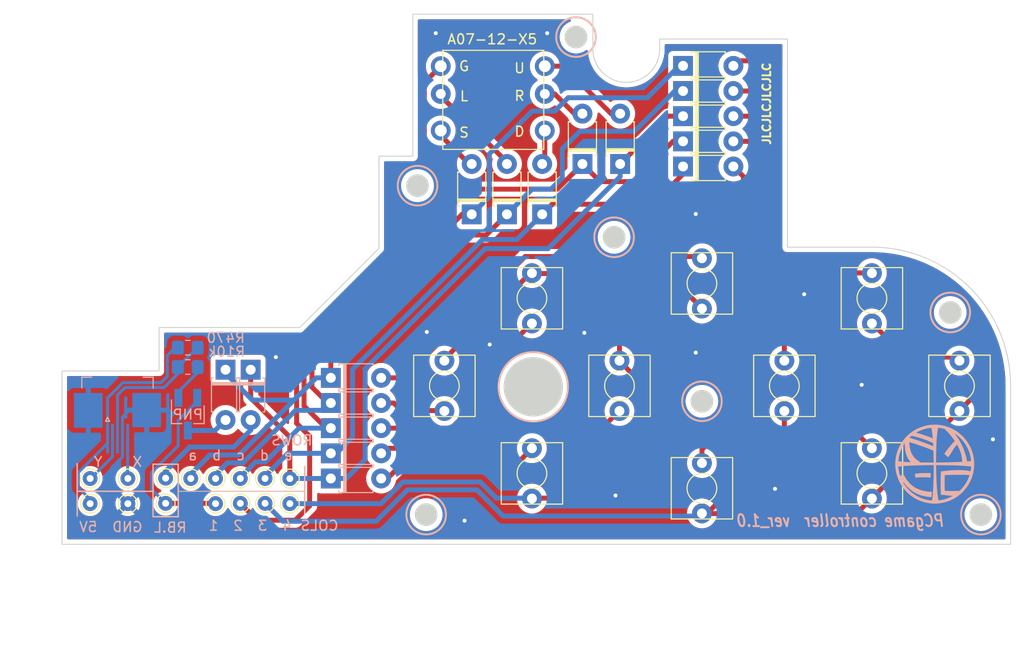
<source format=kicad_pcb>
(kicad_pcb (version 20211014) (generator pcbnew)
  (layers (0 "F.Cu" signal) (31 "B.Cu" signal) (34 "B.Paste" user) (35 "F.Paste" user) (36 "B.SilkS" user "B.Silkscreen") (37 "F.SilkS" user "F.Silkscreen") (38 "B.Mask" user) (39 "F.Mask" user) (44 "Edge.Cuts" user))
  (net 0 "")
  (net 1 "IO_1")
  (net 2 "IO_2")
  (net 3 "a3")
  (net 4 "b3")
  (net 5 "c3")
  (net 6 "d3")
  (net 7 "e3")
  (net 8 "IO_3")
  (net 9 "b1")
  (net 10 "a2")
  (net 11 "b2")
  (net 12 "c2")
  (net 13 "d2")
  (net 14 "e2")
  (net 15 "a4")
  (net 16 "b4")
  (net 17 "c4")
  (net 18 "d4")
  (net 19 "e4")
  (net 20 "IO_4")
  (net 21 "e1_(B2)")
  (net 22 "IO_A")
  (net 23 "IO_B")
  (net 24 "IO_C")
  (net 25 "IO_D")
  (net 26 "IO_E")
  (net 27 "jsw")
  (net 28 "jsw2")
  (net 29 "LR")
  (net 30 "joy_gnd")
  (net 31 "UD")
  (net 32 "5V")
  (footprint "SW:Kailh Mute button 6*6*4.3mm mouse switch" (layer "F.Cu") (at 168.924296 116.326599 90)
    (fp_text reference "REF**" hide)
    (fp_text value "Kailh Mute button 6*6*4.3mm mouse switch")
    (pad "1" thru_hole circle (at 2.54 0 90) (size 2 2) (drill 1) (layers *.Cu *.Mask) (net 17 "c4"))
    (pad "2" thru_hole circle (at -2.54 0 90) (size 2 2) (drill 1) (layers *.Cu *.Mask) (net 20 "IO_4"))
  )
  (footprint "SW:Kailh Mute button 6*6*4.3mm mouse switch" (layer "F.Cu") (at 134.601966 98.648929 90)
    (fp_text reference "REF**" hide)
    (fp_text value "Kailh Mute button 6*6*4.3mm mouse switch")
    (pad "1" thru_hole circle (at 2.54 0 90) (size 2 2) (drill 1) (layers *.Cu *.Mask) (net 8 "IO_3"))
    (pad "2" thru_hole circle (at -2.54 0 90) (size 2 2) (drill 1) (layers *.Cu *.Mask) (net 3 "a3"))
  )
  (footprint "SW:Kailh Mute button 6*6*4.3mm mouse switch" (layer "F.Cu") (at 125.763131 107.487764 90)
    (fp_text reference "REF**" hide)
    (fp_text value "Kailh Mute button 6*6*4.3mm mouse switch")
    (pad "1" thru_hole circle (at 2.54 0 90) (size 2 2) (drill 1) (layers *.Cu *.Mask) (net 8 "IO_3"))
    (pad "2" thru_hole circle (at -2.54 0 90) (size 2 2) (drill 1) (layers *.Cu *.Mask) (net 6 "d3"))
  )
  (footprint "5way_joystick:A07-12-X5" (layer "F.Cu") (at 130.599313 78.416336)
    (fp_text reference "A07-12-X5" (at 0 -5.916109) (layer "F.SilkS"))
    (fp_text value "A07-12-X5" hide)
    (fp_text user "D" (at 2.750687 3.4) (layer "F.SilkS"))
    (fp_text user "S" (at -2.849313 3.5) (layer "F.SilkS"))
    (fp_text user "L" (at -2.849313 -0.166336) (layer "F.SilkS"))
    (fp_text user "R" (at 2.750687 -0.2) (layer "F.SilkS"))
    (fp_text user "G" (at -2.849313 -3.2) (layer "F.SilkS"))
    (fp_text user "U" (at 2.750687 -3) (layer "F.SilkS"))
    (pad "1" thru_hole circle (at -5.2 -3.2) (size 2 2) (drill 1.2) (layers *.Cu *.Mask) (net 2 "IO_2"))
    (pad "2" thru_hole circle (at -5.2 -0.4) (size 2 2) (drill 1) (layers *.Cu *.Mask) (net 13 "d2"))
    (pad "3" thru_hole circle (at -5.2 3.3) (size 2 2) (drill 1.2) (layers *.Cu *.Mask) (net 14 "e2"))
    (pad "4" thru_hole circle (at 5.3 -3.2) (size 2 2) (drill 1.2) (layers *.Cu *.Mask) (net 10 "a2"))
    (pad "5" thru_hole circle (at 5.3 -0.4) (size 2 2) (drill 1) (layers *.Cu *.Mask) (net 11 "b2"))
    (pad "6" thru_hole circle (at 5.3 3.3) (size 2 2) (drill 1.2) (layers *.Cu *.Mask) (net 12 "c2"))
  )
  (footprint "SW:Kailh Mute button 6*6*4.3mm mouse switch" (layer "F.Cu") (at 134.601966 116.326599 -90)
    (fp_text reference "REF**" hide)
    (fp_text value "Kailh Mute button 6*6*4.3mm mouse switch")
    (pad "1" thru_hole circle (at 2.54 0 270) (size 2 2) (drill 1) (layers *.Cu *.Mask) (net 8 "IO_3"))
    (pad "2" thru_hole circle (at -2.54 0 270) (size 2 2) (drill 1) (layers *.Cu *.Mask) (net 5 "c3"))
  )
  (footprint "TestPoint:TestPoint_THTPad_D1.5mm_Drill0.7mm" (layer "F.Cu") (at 93.811339 116.84)
    (fp_text reference "REF**" hide)
    (fp_text value "TestPoint_THTPad_D1.5mm_Drill0.7mm" hide)
    (pad "1" thru_hole circle (at 0 0) (size 1.5 1.5) (drill 0.7) (layers *.Cu *.Mask) (net 29 "LR"))
  )
  (footprint "SW:Kailh Mute button 6*6*4.3mm mouse switch" (layer "F.Cu") (at 143.440801 107.487764 90)
    (fp_text reference "REF**" hide)
    (fp_text value "Kailh Mute button 6*6*4.3mm mouse switch")
    (pad "1" thru_hole circle (at 2.54 0 90) (size 2 2) (drill 1) (layers *.Cu *.Mask) (net 8 "IO_3"))
    (pad "2" thru_hole circle (at -2.54 0 90) (size 2 2) (drill 1) (layers *.Cu *.Mask) (net 4 "b3"))
  )
  (footprint "SW:Kailh Mute button 6*6*4.3mm mouse switch" (layer "F.Cu") (at 151.763131 117.826599 90)
    (fp_text reference "REF**" hide)
    (fp_text value "Kailh Mute button 6*6*4.3mm mouse switch")
    (pad "1" thru_hole circle (at 2.54 0 90) (size 2 2) (drill 1) (layers *.Cu *.Mask) (net 19 "e4"))
    (pad "2" thru_hole circle (at -2.54 0 90) (size 2 2) (drill 1) (layers *.Cu *.Mask) (net 20 "IO_4"))
  )
  (footprint "TestPoint:TestPoint_THTPad_D1.5mm_Drill0.7mm" (layer "F.Cu") (at 97.621339 119.350227 90)
    (fp_text reference "REF**" hide)
    (fp_text value "TestPoint_THTPad_D1.5mm_Drill0.7mm" hide)
    (pad "1" thru_hole circle (at 0 0 90) (size 1.5 1.5) (drill 0.7) (layers *.Cu *.Mask) (net 1 "IO_1"))
  )
  (footprint "SW:Kailh Mute button 6*6*4.3mm mouse switch" (layer "F.Cu") (at 160.085461 107.487764 90)
    (fp_text reference "REF**" hide)
    (fp_text value "Kailh Mute button 6*6*4.3mm mouse switch")
    (pad "1" thru_hole circle (at 2.54 0 90) (size 2 2) (drill 1) (layers *.Cu *.Mask) (net 18 "d4"))
    (pad "2" thru_hole circle (at -2.54 0 90) (size 2 2) (drill 1) (layers *.Cu *.Mask) (net 20 "IO_4"))
  )
  (footprint "Diode_THT:D_T-1_P5.08mm_Horizontal" (layer "F.Cu") (at 128.524 90.17 90)
    (fp_text reference "REF**" hide)
    (fp_text value "D_T-1_P5.08mm_Horizontal" hide)
    (pad "1" thru_hole rect (at 0 0 90) (size 2 2) (drill 1) (layers *.Cu *.Mask) (net 22 "IO_A"))
    (pad "2" thru_hole oval (at 5.08 0 90) (size 2 2) (drill 1) (layers *.Cu *.Mask) (net 14 "e2"))
  )
  (footprint "TestPoint:TestPoint_THTPad_D1.5mm_Drill0.7mm" (layer "F.Cu") (at 110.161339 116.850227)
    (fp_text reference "REF**" hide)
    (fp_text value "TestPoint_THTPad_D1.5mm_Drill0.7mm" hide)
    (pad "1" thru_hole circle (at 0 0) (size 1.5 1.5) (drill 0.7) (layers *.Cu *.Mask) (net 26 "IO_E"))
  )
  (footprint "TestPoint:TestPoint_THTPad_D1.5mm_Drill0.7mm" (layer "F.Cu") (at 90.001339 116.84)
    (fp_text reference "REF**" hide)
    (fp_text value "TestPoint_THTPad_D1.5mm_Drill0.7mm" hide)
    (pad "1" thru_hole circle (at 0 0) (size 1.5 1.5) (drill 0.7) (layers *.Cu *.Mask) (net 31 "UD"))
  )
  (footprint "TestPoint:TestPoint_THTPad_D1.5mm_Drill0.7mm" (layer "F.Cu") (at 102.661339 116.850227)
    (fp_text reference "REF**" hide)
    (fp_text value "TestPoint_THTPad_D1.5mm_Drill0.7mm" hide)
    (pad "1" thru_hole circle (at 0 0) (size 1.5 1.5) (drill 0.7) (layers *.Cu *.Mask) (net 22 "IO_A"))
  )
  (footprint "TestPoint:TestPoint_THTPad_D1.5mm_Drill0.7mm" (layer "F.Cu") (at 105.161339 116.84)
    (fp_text reference "REF**" hide)
    (fp_text value "TestPoint_THTPad_D1.5mm_Drill0.7mm" hide)
    (pad "1" thru_hole circle (at 0 0) (size 1.5 1.5) (drill 0.7) (layers *.Cu *.Mask) (net 24 "IO_C"))
  )
  (footprint "Diode_THT:D_T-1_P5.08mm_Horizontal" (layer "F.Cu") (at 149.86 85.344)
    (fp_text reference "REF**" hide)
    (fp_text value "D_T-1_P5.08mm_Horizontal" hide)
    (pad "1" thru_hole rect (at 0 0) (size 2 2) (drill 1) (layers *.Cu *.Mask) (net 25 "IO_D"))
    (pad "2" thru_hole oval (at 5.08 0) (size 2 2) (drill 1) (layers *.Cu *.Mask) (net 19 "e4"))
  )
  (footprint "Diode_THT:D_T-1_P5.08mm_Horizontal" (layer "F.Cu") (at 143.51 85.09 90)
    (fp_text reference "REF**" hide)
    (fp_text value "D_T-1_P5.08mm_Horizontal" hide)
    (pad "1" thru_hole rect (at 0 0 90) (size 2 2) (drill 1) (layers *.Cu *.Mask) (net 26 "IO_E"))
    (pad "2" thru_hole oval (at 5.08 0 90) (size 2 2) (drill 1) (layers *.Cu *.Mask) (net 10 "a2"))
  )
  (footprint "Diode_THT:D_T-1_P5.08mm_Horizontal" (layer "F.Cu") (at 149.86 75.184)
    (fp_text reference "REF**" hide)
    (fp_text value "D_T-1_P5.08mm_Horizontal" hide)
    (pad "1" thru_hole rect (at 0 0) (size 2 2) (drill 1) (layers *.Cu *.Mask) (net 22 "IO_A"))
    (pad "2" thru_hole oval (at 5.08 0) (size 2 2) (drill 1) (layers *.Cu *.Mask) (net 15 "a4"))
  )
  (footprint "TestPoint:TestPoint_THTPad_D1.5mm_Drill0.7mm" (layer "F.Cu") (at 110.161339 119.38)
    (fp_text reference "REF**" hide)
    (fp_text value "TestPoint_THTPad_D1.5mm_Drill0.7mm" hide)
    (pad "1" thru_hole circle (at 0 0) (size 1.5 1.5) (drill 0.7) (layers *.Cu *.Mask) (net 8 "IO_3"))
  )
  (footprint "SW:Kailh Mute button 6*6*4.3mm mouse switch" (layer "F.Cu") (at 151.763131 97.148929 90)
    (fp_text reference "REF**" hide)
    (fp_text value "Kailh Mute button 6*6*4.3mm mouse switch")
    (pad "1" thru_hole circle (at 2.54 0 90) (size 2 2) (drill 1) (layers *.Cu *.Mask) (net 7 "e3"))
    (pad "2" thru_hole circle (at -2.54 0 90) (size 2 2) (drill 1) (layers *.Cu *.Mask) (net 8 "IO_3"))
  )
  (footprint "TestPoint:TestPoint_THTPad_D1.5mm_Drill0.7mm" (layer "F.Cu") (at 93.811339 119.38)
    (fp_text reference "REF**" hide)
    (fp_text value "TestPoint_THTPad_D1.5mm_Drill0.7mm" hide)
    (pad "1" thru_hole circle (at 0 0) (size 1.5 1.5) (drill 0.7) (layers *.Cu *.Mask) (net 30 "joy_gnd"))
  )
  (footprint "SW:Kailh Mute button 6*6*4.3mm mouse switch" (layer "F.Cu") (at 168.924296 98.648929 90)
    (fp_text reference "REF**" hide)
    (fp_text value "Kailh Mute button 6*6*4.3mm mouse switch")
    (pad "1" thru_hole circle (at 2.54 0 90) (size 2 2) (drill 1) (layers *.Cu *.Mask) (net 15 "a4"))
    (pad "2" thru_hole circle (at -2.54 0 90) (size 2 2) (drill 1) (layers *.Cu *.Mask) (net 20 "IO_4"))
  )
  (footprint "logo:tcfpo" (layer "F.Cu") (at 175.263131 115.387764)
    (fp_text reference "G***" hide)
    (fp_text value "LOGO" hide)
  )
  (footprint "TestPoint:TestPoint_THTPad_D1.5mm_Drill0.7mm" (layer "F.Cu") (at 97.621339 116.810227 90)
    (fp_text reference "REF**" hide)
    (fp_text value "TestPoint_THTPad_D1.5mm_Drill0.7mm" hide)
    (pad "1" thru_hole circle (at 0 0 90) (size 1.5 1.5) (drill 0.7) (layers *.Cu *.Mask) (net 21 "e1_(B2)"))
  )
  (footprint "TestPoint:TestPoint_THTPad_D1.5mm_Drill0.7mm" (layer "F.Cu") (at 107.661339 116.84)
    (fp_text reference "REF**" hide)
    (fp_text value "TestPoint_THTPad_D1.5mm_Drill0.7mm" hide)
    (pad "1" thru_hole circle (at 0 0) (size 1.5 1.5) (drill 0.7) (layers *.Cu *.Mask) (net 25 "IO_D"))
  )
  (footprint "Diode_THT:D_T-1_P5.08mm_Horizontal" (layer "F.Cu") (at 132.08 90.17 90)
    (fp_text reference "REF**" hide)
    (fp_text value "D_T-1_P5.08mm_Horizontal" hide)
    (pad "1" thru_hole rect (at 0 0 90) (size 2 2) (drill 1) (layers *.Cu *.Mask) (net 23 "IO_B"))
    (pad "2" thru_hole oval (at 5.08 0 90) (size 2 2) (drill 1) (layers *.Cu *.Mask) (net 13 "d2"))
  )
  (footprint "TestPoint:TestPoint_THTPad_D1.5mm_Drill0.7mm" (layer "F.Cu") (at 105.161339 119.350227)
    (fp_text reference "REF**" hide)
    (fp_text value "TestPoint_THTPad_D1.5mm_Drill0.7mm" hide)
    (pad "1" thru_hole circle (at 0 0) (size 1.5 1.5) (drill 0.7) (layers *.Cu *.Mask) (net 2 "IO_2"))
  )
  (footprint "Diode_THT:D_T-1_P5.08mm_Horizontal" (layer "F.Cu") (at 135.636 90.17 90)
    (fp_text reference "REF**" hide)
    (fp_text value "D_T-1_P5.08mm_Horizontal" hide)
    (pad "1" thru_hole rect (at 0 0 90) (size 2 2) (drill 1) (layers *.Cu *.Mask) (net 25 "IO_D"))
    (pad "2" thru_hole oval (at 5.08 0 90) (size 2 2) (drill 1) (layers *.Cu *.Mask) (net 12 "c2"))
  )
  (footprint "Diode_THT:D_T-1_P5.08mm_Horizontal" (layer "F.Cu") (at 149.86 82.804)
    (fp_text reference "REF**" hide)
    (fp_text value "D_T-1_P5.08mm_Horizontal" hide)
    (pad "1" thru_hole rect (at 0 0) (size 2 2) (drill 1) (layers *.Cu *.Mask) (net 24 "IO_C"))
    (pad "2" thru_hole oval (at 5.08 0) (size 2 2) (drill 1) (layers *.Cu *.Mask) (net 18 "d4"))
  )
  (footprint "TestPoint:TestPoint_THTPad_D1.5mm_Drill0.7mm" (layer "F.Cu") (at 107.661339 119.350227)
    (fp_text reference "REF**" hide)
    (fp_text value "TestPoint_THTPad_D1.5mm_Drill0.7mm" hide)
    (pad "1" thru_hole circle (at 0 0) (size 1.5 1.5) (drill 0.7) (layers *.Cu *.Mask) (net 20 "IO_4"))
  )
  (footprint "TestPoint:TestPoint_THTPad_D1.5mm_Drill0.7mm" (layer "F.Cu") (at 100.161339 116.84)
    (fp_text reference "REF**" hide)
    (fp_text value "TestPoint_THTPad_D1.5mm_Drill0.7mm" hide)
    (pad "1" thru_hole circle (at 0 0) (size 1.5 1.5) (drill 0.7) (layers *.Cu *.Mask) (net 23 "IO_B"))
  )
  (footprint "Diode_THT:D_T-1_P5.08mm_Horizontal" (layer "F.Cu") (at 149.86 77.724)
    (fp_text reference "REF**" hide)
    (fp_text value "D_T-1_P5.08mm_Horizontal" hide)
    (pad "1" thru_hole rect (at 0 0) (size 2 2) (drill 1) (layers *.Cu *.Mask) (net 23 "IO_B"))
    (pad "2" thru_hole oval (at 5.08 0) (size 2 2) (drill 1) (layers *.Cu *.Mask) (net 16 "b4"))
  )
  (footprint "Diode_THT:D_T-1_P5.08mm_Horizontal" (layer "F.Cu") (at 139.7 85.09 90)
    (fp_text reference "REF**" hide)
    (fp_text value "D_T-1_P5.08mm_Horizontal" hide)
    (pad "1" thru_hole rect (at 0 0 90) (size 2 2) (drill 1) (layers *.Cu *.Mask) (net 24 "IO_C"))
    (pad "2" thru_hole oval (at 5.08 0 90) (size 2 2) (drill 1) (layers *.Cu *.Mask) (net 11 "b2"))
  )
  (footprint "Diode_THT:D_T-1_P5.08mm_Horizontal" (layer "F.Cu") (at 149.86 80.264)
    (fp_text reference "REF**" hide)
    (fp_text value "D_T-1_P5.08mm_Horizontal" hide)
    (pad "1" thru_hole rect (at 0 0) (size 2 2) (drill 1) (layers *.Cu *.Mask) (net 26 "IO_E"))
    (pad "2" thru_hole oval (at 5.08 0) (size 2 2) (drill 1) (layers *.Cu *.Mask) (net 17 "c4"))
  )
  (footprint "TestPoint:TestPoint_THTPad_D1.5mm_Drill0.7mm" (layer "F.Cu") (at 102.661339 119.38)
    (fp_text reference "REF**" hide)
    (fp_text value "TestPoint_THTPad_D1.5mm_Drill0.7mm" hide)
    (pad "1" thru_hole circle (at 0 0) (size 1.5 1.5) (drill 0.7) (layers *.Cu *.Mask) (net 1 "IO_1"))
  )
  (footprint "TestPoint:TestPoint_THTPad_D1.5mm_Drill0.7mm" (layer "F.Cu") (at 90.001339 119.38)
    (fp_text reference "REF**" hide)
    (fp_text value "TestPoint_THTPad_D1.5mm_Drill0.7mm" hide)
    (pad "1" thru_hole circle (at 0 0) (size 1.5 1.5) (drill 0.7) (layers *.Cu *.Mask) (net 32 "5V"))
  )
  (footprint "SW:Kailh Mute button 6*6*4.3mm mouse switch" (layer "F.Cu") (at 177.763131 107.487764 -90)
    (fp_text reference "REF**" hide)
    (fp_text value "Kailh Mute button 6*6*4.3mm mouse switch")
    (pad "1" thru_hole circle (at 2.54 0 270) (size 2 2) (drill 1) (layers *.Cu *.Mask) (net 20 "IO_4"))
    (pad "2" thru_hole circle (at -2.54 0 270) (size 2 2) (drill 1) (layers *.Cu *.Mask) (net 16 "b4"))
  )
  (footprint "Connector_FFC-FPC:TE_0-1734839-5_1x05-1MP_P0.5mm_Horizontal" (layer "B.Cu") (at 92.761339 110.512764)
    (fp_text reference "REF**" hide)
    (fp_text value "PCB Edge")
    (pad "1" smd rect (at -1 2.3) (size 0.3 3) (layers "B.Cu" "B.Paste" "B.Mask") (net 32 "5V"))
    (pad "2" smd rect (at -0.5 2.3) (size 0.3 3) (layers "B.Cu" "B.Paste" "B.Mask") (net 31 "UD"))
    (pad "3" smd rect (at 0 2.3) (size 0.3 3) (layers "B.Cu" "B.Paste" "B.Mask") (net 27 "jsw"))
    (pad "4" smd rect (at 0.5 2.3) (size 0.3 3) (layers "B.Cu" "B.Paste" "B.Mask") (net 30 "joy_gnd"))
    (pad "5" smd rect (at 1.025 2.3) (size 0.3 3) (layers "B.Cu" "B.Paste" "B.Mask") (net 29 "LR"))
    (pad "MP" smd rect (at -2.95 -0.55) (size 2.9 3.5) (layers "B.Cu" "B.Paste" "B.Mask") (net 30 "joy_gnd"))
    (pad "MP" smd rect (at 2.95 -0.575) (size 2.9 3.45) (layers "B.Cu" "B.Paste" "B.Mask") (net 30 "joy_gnd"))
  )
  (footprint "Diode_THT:D_T-1_P5.08mm_Horizontal" (layer "B.Cu") (at 114.3 114.3)
    (fp_text reference "REF**" hide)
    (fp_text value "D_T-1_P5.08mm_Horizontal" hide)
    (pad "1" thru_hole rect (at 0 0) (size 2 2) (drill 1) (layers *.Cu *.Mask) (net 25 "IO_D"))
    (pad "2" thru_hole oval (at 5.08 0) (size 2 2) (drill 1) (layers *.Cu *.Mask) (net 4 "b3"))
  )
  (footprint "Resistor_SMD:R_0805_2012Metric_Pad1.20x1.40mm_HandSolder" (layer "B.Cu") (at 99.859339 103.635 180)
    (fp_text reference "R470" (at -3.832 1) (layer "B.SilkS") (effects (justify mirror)))
    (fp_text value "R_0805_2012Metric_Pad1.20x1.40mm_HandSolder")
    (pad "1" smd roundrect (at -1 0 180) (size 1.2 1.4) (layers "B.Cu" "B.Paste" "B.Mask") (roundrect_rratio 0.2083333333) (net 27 "jsw"))
    (pad "2" smd roundrect (at 1 0 180) (size 1.2 1.4) (layers "B.Cu" "B.Paste" "B.Mask") (roundrect_rratio 0.2083333333) (net 32 "5V"))
  )
  (footprint "Diode_THT:D_T-1_P5.08mm_Horizontal" (layer "B.Cu") (at 103.669339 105.860227 -90)
    (fp_text reference "REF**" hide)
    (fp_text value "D_T-1_P5.08mm_Horizontal" hide)
    (pad "1" thru_hole rect (at 0 0 270) (size 2 2) (drill 1) (layers *.Cu *.Mask) (net 23 "IO_B"))
    (pad "2" thru_hole oval (at 5.08 0 270) (size 2 2) (drill 1) (layers *.Cu *.Mask) (net 9 "b1"))
  )
  (footprint "Diode_THT:D_T-1_P5.08mm_Horizontal" (layer "B.Cu") (at 114.3 111.76)
    (fp_text reference "REF**" hide)
    (fp_text value "D_T-1_P5.08mm_Horizontal" hide)
    (pad "1" thru_hole rect (at 0 0) (size 2 2) (drill 1) (layers *.Cu *.Mask) (net 24 "IO_C"))
    (pad "2" thru_hole oval (at 5.08 0) (size 2 2) (drill 1) (layers *.Cu *.Mask) (net 3 "a3"))
  )
  (footprint "Package_TO_SOT_SMD:SC-59_Handsoldering" (layer "B.Cu") (at 99.859339 110.350227 -90)
    (fp_text reference "PNP" (at 0.037537 -0.001792) (layer "B.SilkS") (effects (justify mirror)))
    (fp_text value "SC-59_Handsoldering")
    (pad "1" smd rect (at -1.65 0.95 270) (size 1.8 0.8) (layers "B.Cu" "B.Paste" "B.Mask") (net 28 "jsw2"))
    (pad "2" smd rect (at -1.65 -0.95 270) (size 1.8 0.8) (layers "B.Cu" "B.Paste" "B.Mask") (net 1 "IO_1"))
    (pad "3(R)" smd rect (at 1.65 0 270) (size 1.8 0.8) (layers "B.Cu" "B.Paste" "B.Mask") (net 9 "b1"))
  )
  (footprint "Diode_THT:D_T-1_P5.08mm_Horizontal" (layer "B.Cu") (at 114.3 109.22)
    (fp_text reference "REF**" hide)
    (fp_text value "D_T-1_P5.08mm_Horizontal" hide)
    (pad "1" thru_hole rect (at 0 0) (size 2 2) (drill 1) (layers *.Cu *.Mask) (net 22 "IO_A"))
    (pad "2" thru_hole oval (at 5.08 0) (size 2 2) (drill 1) (layers *.Cu *.Mask) (net 6 "d3"))
  )
  (footprint "Resistor_SMD:R_0805_2012Metric_Pad1.20x1.40mm_HandSolder" (layer "B.Cu") (at 99.859339 105.587764 180)
    (fp_text reference "R10k" (at -3.932 1.552764) (layer "B.SilkS") (effects (justify mirror)))
    (fp_text value "R_0805_2012Metric_Pad1.20x1.40mm_HandSolder")
    (pad "1" smd roundrect (at -1 0 180) (size 1.2 1.4) (layers "B.Cu" "B.Paste" "B.Mask") (roundrect_rratio 0.2083333333) (net 28 "jsw2"))
    (pad "2" smd roundrect (at 1 0 180) (size 1.2 1.4) (layers "B.Cu" "B.Paste" "B.Mask") (roundrect_rratio 0.2083333333) (net 27 "jsw"))
  )
  (footprint "Diode_THT:D_T-1_P5.08mm_Horizontal" (layer "B.Cu") (at 114.3 106.68)
    (fp_text reference "REF**" hide)
    (fp_text value "D_T-1_P5.08mm_Horizontal" hide)
    (pad "1" thru_hole rect (at 0 0) (size 2 2) (drill 1) (layers *.Cu *.Mask) (net 23 "IO_B"))
    (pad "2" thru_hole oval (at 5.08 0) (size 2 2) (drill 1) (layers *.Cu *.Mask) (net 7 "e3"))
  )
  (footprint "Diode_THT:D_T-1_P5.08mm_Horizontal" (layer "B.Cu") (at 106.209339 105.860227 -90)
    (fp_text reference "REF**" hide)
    (fp_text value "D_T-1_P5.08mm_Horizontal" hide)
    (pad "1" thru_hole rect (at 0 0 270) (size 2 2) (drill 1) (layers *.Cu *.Mask) (net 26 "IO_E"))
    (pad "2" thru_hole oval (at 5.08 0 270) (size 2 2) (drill 1) (layers *.Cu *.Mask) (net 21 "e1_(B2)"))
  )
  (footprint "Diode_THT:D_T-1_P5.08mm_Horizontal" (layer "B.Cu") (at 114.3 116.84)
    (fp_text reference "REF**" hide)
    (fp_text value "D_T-1_P5.08mm_Horizontal" hide)
    (pad "1" thru_hole rect (at 0 0) (size 2 2) (drill 1) (layers *.Cu *.Mask) (net 26 "IO_E"))
    (pad "2" thru_hole oval (at 5.08 0) (size 2 2) (drill 1) (layers *.Cu *.Mask) (net 5 "c3"))
  )
  (gr_circle (center 123.924296 120.487764) (end 125.924296 120.487764) (layer "B.SilkS") (width 0.2) (fill none))
  (gr_line (start 96.351339 120.700227) (end 98.891339 120.700227) (layer "B.SilkS") (width 0.15))
  (gr_circle (center 139.051871 72.277241) (end 141.051871 72.277241) (layer "B.SilkS") (width 0.2) (fill none))
  (gr_line (start 96.351339 118.135) (end 88.691339 118.135) (layer "B.SilkS") (width 0.15))
  (gr_circle (center 151.763131 109.046604) (end 153.763131 109.046604) (layer "B.SilkS") (width 0.2) (fill none))
  (gr_line (start 98.891339 115.400227) (end 96.351339 115.400227) (layer "B.SilkS") (width 0.15))
  (gr_circle (center 142.895091 92.487764) (end 144.895091 92.487764) (layer "B.SilkS") (width 0.2) (fill none))
  (gr_circle (center 134.736698 107.581075) (end 138.236698 107.581075) (layer "B.SilkS") (width 0.2) (fill none))
  (gr_circle (center 179.924296 120.487764) (end 181.924296 120.487764) (layer "B.SilkS") (width 0.2) (fill none))
  (gr_line (start 111.661339 115.6) (end 111.661339 120.4) (layer "B.SilkS") (width 0.15))
  (gr_circle (center 176.831784 100.079326) (end 178.831784 100.079326) (layer "B.SilkS") (width 0.2) (fill none))
  (gr_line (start 98.891339 118.135) (end 111.661339 118.135) (layer "B.SilkS") (width 0.1))
  (gr_circle (center 123.051871 87.277241) (end 125.051871 87.277241) (layer "B.SilkS") (width 0.2) (fill none))
  (gr_line (start 96.351339 115.400227) (end 96.351339 120.700227) (layer "B.SilkS") (width 0.15))
  (gr_line (start 98.891339 120.700227) (end 98.891339 115.400227) (layer "B.SilkS") (width 0.15))
  (gr_line (start 88.691339 115.335) (end 88.691339 120.635) (layer "B.SilkS") (width 0.15))
  (gr_arc (start 168.924296 93.487764) (mid 178.823791 97.588269) (end 182.924296 107.487764) (layer "Edge.Cuts") (width 0.1))
  (gr_curve (pts (xy 142.390327 76.372018) (xy 142.603689 76.500047) (xy 142.830557 76.604089) (xy 143.066791 76.682245)) (layer "Edge.Cuts") (width 0.1))
  (gr_line (start 111.161339 101.600227) (end 119.161339 93.600227) (layer "Edge.Cuts") (width 0.1))
  (gr_curve (pts (xy 145.623171 76.503231) (xy 146.017094 76.308391) (xy 146.369195 76.038472) (xy 146.659654 75.708666)) (layer "Edge.Cuts") (width 0.1))
  (gr_curve (pts (xy 140.753446 73.581119) (xy 140.766866 74.020389) (xy 140.865958 74.452838) (xy 141.045143 74.854125)) (layer "Edge.Cuts") (width 0.1))
  (gr_line (start 122.575668 69.977241) (end 122.575668 84.300227) (layer "Edge.Cuts") (width 0.1))
  (gr_line (start 160.395091 93.487764) (end 160.395091 72.477242) (layer "Edge.Cuts") (width 0.1))
  (gr_line (start 96.961339 101.600227) (end 96.961339 105.987764) (layer "Edge.Cuts") (width 0.1))
  (gr_line (start 87.161339 123.487764) (end 182.924296 123.487764) (layer "Edge.Cuts") (width 0.1))
  (gr_circle (center 123.924296 120.487764) (end 125.074296 120.487764) (layer "Edge.Cuts") (width 0) (fill solid))
  (gr_line (start 140.751871 69.977241) (end 122.575668 69.977241) (layer "Edge.Cuts") (width 0.1))
  (gr_circle (center 134.736698 107.581075) (end 137.736698 107.581075) (layer "Edge.Cuts") (width 0) (fill solid))
  (gr_line (start 140.751871 73.478052) (end 140.751871 69.977241) (layer "Edge.Cuts") (width 0.1))
  (gr_circle (center 142.895091 92.487764) (end 144.045091 92.487764) (layer "Edge.Cuts") (width 0) (fill solid))
  (gr_line (start 168.924296 93.487764) (end 160.395091 93.487764) (layer "Edge.Cuts") (width 0.1))
  (gr_line (start 182.924296 123.487764) (end 182.924296 107.487764) (layer "Edge.Cuts") (width 0.1))
  (gr_line (start 147.501871 72.477241) (end 147.501871 73.478052) (layer "Edge.Cuts") (width 0.1))
  (gr_curve (pts (xy 143.066791 76.682245) (xy 143.484025 76.820283) (xy 143.924231 76.875507) (xy 144.362633 76.844807)) (layer "Edge.Cuts") (width 0.1))
  (gr_circle (center 151.763131 109.046604) (end 152.913131 109.046604) (layer "Edge.Cuts") (width 0) (fill solid))
  (gr_curve (pts (xy 141.045143 74.854125) (xy 141.224328 75.255412) (xy 141.480181 75.617863) (xy 141.798299 75.921078)) (layer "Edge.Cuts") (width 0.1))
  (gr_curve (pts (xy 146.659654 75.708666) (xy 146.950113 75.37886) (xy 147.173376 74.995474) (xy 147.316878 74.580088)) (layer "Edge.Cuts") (width 0.1))
  (gr_line (start 96.961339 105.987764) (end 87.161339 105.987764) (layer "Edge.Cuts") (width 0.1))
  (gr_line (start 119.161339 93.600227) (end 119.161339 84.300227) (layer "Edge.Cuts") (width 0.1))
  (gr_curve (pts (xy 141.798299 75.921078) (xy 141.978415 76.092755) (xy 142.176965 76.243988) (xy 142.390327 76.372018)) (layer "Edge.Cuts") (width 0.1))
  (gr_circle (center 176.831784 100.079326) (end 177.981784 100.079326) (layer "Edge.Cuts") (width 0) (fill solid))
  (gr_line (start 160.395091 72.477242) (end 147.501871 72.477241) (layer "Edge.Cuts") (width 0.1))
  (gr_line (start 96.961339 101.600227) (end 111.161339 101.600227) (layer "Edge.Cuts") (width 0.1))
  (gr_curve (pts (xy 147.316878 74.580088) (xy 147.439492 74.225163) (xy 147.501871 73.852675) (xy 147.501871 73.478052)) (layer "Edge.Cuts") (width 0.1))
  (gr_circle (center 179.924296 120.487764) (end 181.074296 120.487764) (layer "Edge.Cuts") (width 0) (fill solid))
  (gr_curve (pts (xy 144.362633 76.844807) (xy 144.801034 76.814108) (xy 145.229248 76.698072) (xy 145.623171 76.503231)) (layer "Edge.Cuts") (width 0.1))
  (gr_line (start 122.575668 84.300227) (end 119.161339 84.300227) (layer "Edge.Cuts") (width 0.1))
  (gr_line (start 87.161339 105.987764) (end 87.161339 123.487764) (layer "Edge.Cuts") (width 0.1))
  (gr_circle (center 139.051871 72.277241) (end 140.201871 72.277241) (layer "Edge.Cuts") (width 0) (fill solid))
  (gr_circle (center 123.051871 87.277241) (end 124.201871 87.277241) (layer "Edge.Cuts") (width 0) (fill solid))
  (gr_curve (pts (xy 140.751871 73.478052) (xy 140.751871 73.51239) (xy 140.752396 73.54675) (xy 140.753446 73.581119)) (layer "Edge.Cuts") (width 0.1))
  (gr_text "e  d  c  b  a" (at 105.161339 114.5) (layer "B.SilkS") (effects (font (size 1 1)) (justify mirror)))
  (gr_text "RB.L" (at 98.091339 121.787764) (layer "B.SilkS") (effects (font (size 1 1)) (justify mirror)))
  (gr_text "X    Y" (at 92.809339 115.160227) (layer "B.SilkS") (effects (font (size 1 1)) (justify mirror)))
  (gr_text "COLS" (at 113.161339 121.600227) (layer "B.SilkS") (effects (font (size 1 1)) (justify mirror)))
  (gr_text "GND  5V" (at 92.091339 121.735) (layer "B.SilkS") (effects (font (size 1 1)) (justify mirror)))
  (gr_text "4  3  2  1" (at 106.161339 121.600227) (layer "B.SilkS") (effects (font (size 1 1)) (justify mirror)))
  (gr_text "ROWS" (at 110.363131 112.987764) (layer "B.SilkS") (effects (font (size 1 1)) (justify mirror)))
  (gr_text "ver_1.0" (at 158.025339 121.100227) (layer "B.SilkS") (effects (font (size 1.2 1) (thickness 0.2) italic) (justify mirror)))
  (gr_text "PCgame controller" (at 169.201339 121.100227) (layer "B.SilkS") (effects (font (size 1.2 1) (thickness 0.2) italic) (justify mirror)))
  (gr_text "JLCJLCJLCJLC" (at 158.3 79 90) (layer "F.SilkS") (effects (font (size 0.8 0.8) (thickness 0.2))))
  (segment (start 97.621339 119.350227) (end 102.631566 119.350227) (width 0.5) (layer "F.Cu") (net 1))
  (segment (start 102.631566 119.350227) (end 102.661339 119.38) (width 0.5) (layer "F.Cu") (net 1))
  (segment (start 98.891339 113.535) (end 96.191339 116.235) (width 0.3) (layer "B.Cu") (net 1))
  (segment (start 100.809339 109.060227) (end 98.891339 110.978227) (width 0.3) (layer "B.Cu") (net 1))
  (segment (start 96.191339 116.235) (end 96.191339 117.920227) (width 0.3) (layer "B.Cu") (net 1))
  (segment (start 100.809339 108.700227) (end 100.809339 109.060227) (width 0.3) (layer "B.Cu") (net 1))
  (segment (start 96.191339 117.920227) (end 97.621339 119.350227) (width 0.3) (layer "B.Cu") (net 1))
  (segment (start 98.891339 110.978227) (end 98.891339 113.535) (width 0.3) (layer "B.Cu") (net 1))
  (segment (start 110.705566 121.056) (end 112.161339 119.600227) (width 0.5) (layer "F.Cu") (net 2))
  (segment (start 125.461339 89.060227) (end 125.461339 84.754905) (width 0.5) (layer "F.Cu") (net 2))
  (segment (start 106.867112 121.056) (end 110.705566 121.056) (width 0.5) (layer "F.Cu") (net 2))
  (segment (start 123.734 83.027566) (end 123.734 76.881649) (width 0.5) (layer "F.Cu") (net 2))
  (segment (start 105.161339 119.350227) (end 106.867112 121.056) (width 0.5) (layer "F.Cu") (net 2))
  (segment (start 125.461339 84.754905) (end 123.734 83.027566) (width 0.5) (layer "F.Cu") (net 2))
  (segment (start 123.734 76.881649) (end 125.399313 75.216336) (width 0.5) (layer "F.Cu") (net 2))
  (segment (start 112.161339 112.58632) (end 110.84596 111.270941) (width 0.5) (layer "F.Cu") (net 2))
  (segment (start 110.84596 103.675606) (end 125.461339 89.060227) (width 0.5) (layer "F.Cu") (net 2))
  (segment (start 110.84596 111.270941) (end 110.84596 103.675606) (width 0.5) (layer "F.Cu") (net 2))
  (segment (start 112.161339 119.600227) (end 112.161339 112.58632) (width 0.5) (layer "F.Cu") (net 2))
  (segment (start 126.466339 111.76) (end 119.38 111.76) (width 0.5) (layer "F.Cu") (net 3))
  (segment (start 134.601966 101.148929) (end 129.563131 106.187764) (width 0.5) (layer "F.Cu") (net 3))
  (segment (start 129.563131 108.663208) (end 126.466339 111.76) (width 0.5) (layer "F.Cu") (net 3))
  (segment (start 129.563131 106.187764) (end 129.563131 108.663208) (width 0.5) (layer "F.Cu") (net 3))
  (segment (start 128.034339 113.792) (end 119.888 113.792) (width 0.5) (layer "F.Cu") (net 4))
  (segment (start 119.888 113.792) (end 119.38 114.3) (width 0.5) (layer "F.Cu") (net 4))
  (segment (start 141.528565 111.9) (end 129.926339 111.9) (width 0.5) (layer "F.Cu") (net 4))
  (segment (start 143.440801 109.987764) (end 141.528565 111.9) (width 0.5) (layer "F.Cu") (net 4))
  (segment (start 129.926339 111.9) (end 128.034339 113.792) (width 0.5) (layer "F.Cu") (net 4))
  (segment (start 133.040801 115.387764) (end 121.463131 115.387764) (width 0.5) (layer "F.Cu") (net 5))
  (segment (start 121.463131 115.387764) (end 120.010895 116.84) (width 0.5) (layer "F.Cu") (net 5))
  (segment (start 120.010895 116.84) (end 119.38 116.84) (width 0.5) (layer "F.Cu") (net 5))
  (segment (start 134.601966 113.826599) (end 133.040801 115.387764) (width 0.5) (layer "F.Cu") (net 5))
  (segment (start 125.763131 109.987764) (end 121.417764 109.987764) (width 0.5) (layer "F.Cu") (net 6))
  (segment (start 121.417764 109.987764) (end 120.65 109.22) (width 0.5) (layer "F.Cu") (net 6))
  (segment (start 120.65 109.22) (end 119.38 109.22) (width 0.5) (layer "F.Cu") (net 6))
  (segment (start 151.763131 94.648929) (end 151.549202 94.435) (width 0.5) (layer "F.Cu") (net 7))
  (segment (start 151.549202 94.435) (end 133.915895 94.435) (width 0.5) (layer "F.Cu") (net 7))
  (segment (start 121.670895 106.68) (end 119.38 106.68) (width 0.5) (layer "F.Cu") (net 7))
  (segment (start 133.915895 94.435) (end 121.670895 106.68) (width 0.5) (layer "F.Cu") (net 7))
  (segment (start 143.256 97.79) (end 140.97 97.79) (width 0.5) (layer "F.Cu") (net 8))
  (segment (start 138.729401 118.826599) (end 134.601966 118.826599) (width 0.5) (layer "F.Cu") (net 8))
  (segment (start 149.904202 97.79) (end 151.763131 99.648929) (width 0.5) (layer "F.Cu") (net 8))
  (segment (start 140.97 97.79) (end 139.328929 96.148929) (width 0.5) (layer "F.Cu") (net 8))
  (segment (start 143.256 97.79) (end 149.904202 97.79) (width 0.5) (layer "F.Cu") (net 8))
  (segment (start 125.763131 104.787764) (end 125.763131 104.987764) (width 0.5) (layer "F.Cu") (net 8))
  (segment (start 139.328929 96.148929) (end 134.401966 96.148929) (width 0.5) (layer "F.Cu") (net 8))
  (segment (start 134.401966 96.148929) (end 125.763131 104.787764) (width 0.5) (layer "F.Cu") (net 8))
  (segment (start 143.440801 97.974801) (end 143.256 97.79) (width 0.5) (layer "F.Cu") (net 8))
  (segment (start 146.361339 111.194661) (end 138.729401 118.826599) (width 0.5) (layer "F.Cu") (net 8))
  (segment (start 146.361339 107.908302) (end 146.361339 111.194661) (width 0.5) (layer "F.Cu") (net 8))
  (segment (start 143.440801 104.987764) (end 146.361339 107.908302) (width 0.5) (layer "F.Cu") (net 8))
  (segment (start 143.440801 104.987764) (end 143.440801 97.974801) (width 0.5) (layer "F.Cu") (net 8))
  (segment (start 119.38 119.38) (end 110.161339 119.38) (width 0.5) (layer "B.Cu") (net 8))
  (segment (start 134.601966 118.826599) (end 131.018599 118.826599) (width 0.5) (layer "B.Cu") (net 8))
  (segment (start 131.018599 118.826599) (end 129.379764 117.187764) (width 0.5) (layer "B.Cu") (net 8))
  (segment (start 129.379764 117.187764) (end 121.572236 117.187764) (width 0.5) (layer "B.Cu") (net 8))
  (segment (start 121.572236 117.187764) (end 119.38 119.38) (width 0.5) (layer "B.Cu") (net 8))
  (segment (start 99.859339 112.000227) (end 102.609339 112.000227) (width 0.5) (layer "B.Cu") (net 9))
  (segment (start 102.609339 112.000227) (end 103.669339 110.940227) (width 0.5) (layer "B.Cu") (net 9))
  (segment (start 135.899313 75.216336) (end 137.791777 75.216336) (width 0.5) (layer "F.Cu") (net 10))
  (segment (start 142.585441 80.01) (end 143.51 80.01) (width 0.5) (layer "F.Cu") (net 10))
  (segment (start 137.791777 75.216336) (end 142.585441 80.01) (width 0.5) (layer "F.Cu") (net 10))
  (segment (start 138.885441 80.01) (end 139.7 80.01) (width 0.5) (layer "F.Cu") (net 11))
  (segment (start 135.899313 78.016336) (end 136.891777 78.016336) (width 0.5) (layer "F.Cu") (net 11))
  (segment (start 136.891777 78.016336) (end 138.885441 80.01) (width 0.5) (layer "F.Cu") (net 11))
  (segment (start 135.899313 81.716336) (end 135.899313 84.826687) (width 0.5) (layer "F.Cu") (net 12))
  (segment (start 135.899313 84.826687) (end 135.636 85.09) (width 0.5) (layer "F.Cu") (net 12))
  (segment (start 125.399313 78.016336) (end 125.399313 78.223872) (width 0.5) (layer "F.Cu") (net 13))
  (segment (start 125.399313 78.223872) (end 132.08 84.904559) (width 0.5) (layer "F.Cu") (net 13))
  (segment (start 132.08 84.904559) (end 132.08 85.09) (width 0.5) (layer "F.Cu") (net 13))
  (segment (start 125.399313 81.716336) (end 125.399313 82.219313) (width 0.5) (layer "F.Cu") (net 14))
  (segment (start 125.399313 82.219313) (end 128.27 85.09) (width 0.5) (layer "F.Cu") (net 14))
  (segment (start 159.29856 94.78256) (end 159.29856 76.11356) (width 0.5) (layer "F.Cu") (net 15))
  (segment (start 160.603764 96.087764) (end 159.29856 94.78256) (width 0.5) (layer "F.Cu") (net 15))
  (segment (start 157.861 74.676) (end 154.94 74.676) (width 0.5) (layer "F.Cu") (net 15))
  (segment (start 159.29856 76.11356) (end 157.861 74.676) (width 0.5) (layer "F.Cu") (net 15))
  (segment (start 168.924296 96.148929) (end 168.863131 96.087764) (width 0.5) (layer "F.Cu") (net 15))
  (segment (start 168.863131 96.087764) (end 160.603764 96.087764) (width 0.5) (layer "F.Cu") (net 15))
  (segment (start 177.363131 104.587764) (end 165.547764 104.587764) (width 0.5) (layer "F.Cu") (net 16))
  (segment (start 158.49904 97.53904) (end 158.49904 78.74304) (width 0.5) (layer "F.Cu") (net 16))
  (segment (start 177.763131 104.987764) (end 177.363131 104.587764) (width 0.5) (layer "F.Cu") (net 16))
  (segment (start 165.547764 104.587764) (end 158.49904 97.53904) (width 0.5) (layer "F.Cu") (net 16))
  (segment (start 157.48 77.724) (end 154.94 77.724) (width 0.5) (layer "F.Cu") (net 16))
  (segment (start 158.49904 78.74304) (end 157.48 77.724) (width 0.5) (layer "F.Cu") (net 16))
  (segment (start 157.69952 81.49952) (end 156.464 80.264) (width 0.5) (layer "F.Cu") (net 17))
  (segment (start 168.924296 113.826599) (end 161.963131 106.865434) (width 0.5) (layer "F.Cu") (net 17))
  (segment (start 157.69952 98.26352) (end 157.69952 81.49952) (width 0.5) (layer "F.Cu") (net 17))
  (segment (start 161.963131 106.865434) (end 161.963131 102.527131) (width 0.5) (layer "F.Cu") (net 17))
  (segment (start 156.464 80.264) (end 154.94 80.264) (width 0.5) (layer "F.Cu") (net 17))
  (segment (start 161.963131 102.527131) (end 157.69952 98.26352) (width 0.5) (layer "F.Cu") (net 17))
  (segment (start 156.9 99.024633) (end 156.9 83.24) (width 0.5) (layer "F.Cu") (net 18))
  (segment (start 156.464 82.804) (end 154.94 82.804) (width 0.5) (layer "F.Cu") (net 18))
  (segment (start 160.085461 104.987764) (end 160.085461 102.210094) (width 0.5) (layer "F.Cu") (net 18))
  (segment (start 156.9 83.24) (end 156.464 82.804) (width 0.5) (layer "F.Cu") (net 18))
  (segment (start 160.085461 102.210094) (end 156.9 99.024633) (width 0.5) (layer "F.Cu") (net 18))
  (segment (start 151.763131 115.326599) (end 151.763131 113.920869) (width 0.5) (layer "F.Cu") (net 19))
  (segment (start 155.956 86.36) (end 154.94 85.344) (width 0.5) (layer "F.Cu") (net 19))
  (segment (start 155.956 109.728) (end 155.956 86.36) (width 0.5) (layer "F.Cu") (net 19))
  (segment (start 151.763131 113.920869) (end 155.956 109.728) (width 0.5) (layer "F.Cu") (net 19))
  (segment (start 152.324296 120.326599) (end 160.085461 112.565434) (width 0.5) (layer "F.Cu") (net 20))
  (segment (start 167.363131 120.387764) (end 151.824296 120.387764) (width 0.5) (layer "F.Cu") (net 20))
  (segment (start 168.924296 101.148929) (end 170.910367 103.135) (width 0.5) (layer "F.Cu") (net 20))
  (segment (start 160.085461 112.565434) (end 160.085461 109.987764) (width 0.5) (layer "F.Cu") (net 20))
  (segment (start 151.763131 120.326599) (end 152.324296 120.326599) (width 0.5) (layer "F.Cu") (net 20))
  (segment (start 151.824296 120.387764) (end 151.763131 120.326599) (width 0.5) (layer "F.Cu") (net 20))
  (segment (start 179.563131 108.187764) (end 167.363131 120.387764) (width 0.5) (layer "F.Cu") (net 20))
  (segment (start 179.563131 104.006792) (end 179.563131 108.187764) (width 0.5) (layer "F.Cu") (net 20))
  (segment (start 170.910367 103.135) (end 178.691339 103.135) (width 0.5) (layer "F.Cu") (net 20))
  (segment (start 178.691339 103.135) (end 179.563131 104.006792) (width 0.5) (layer "F.Cu") (net 20))
  (segment (start 151.701966 120.387764) (end 151.45473 120.635) (width 0.5) (layer "B.Cu") (net 20))
  (segment (start 118.872 121.158) (end 109.469112 121.158) (width 0.5) (layer "B.Cu") (net 20))
  (segment (start 151.45473 120.635) (end 131.696308 120.635) (width 0.5) (layer "B.Cu") (net 20))
  (segment (start 129.049072 117.987764) (end 122.042236 117.987764) (width 0.5) (layer "B.Cu") (net 20))
  (segment (start 109.469112 121.158) (end 107.661339 119.350227) (width 0.5) (layer "B.Cu") (net 20))
  (segment (start 131.696308 120.635) (end 129.049072 117.987764) (width 0.5) (layer "B.Cu") (net 20))
  (segment (start 122.042236 117.987764) (end 118.872 121.158) (width 0.5) (layer "B.Cu") (net 20))
  (segment (start 104.505339 113.660227) (end 100.061339 113.660227) (width 0.5) (layer "B.Cu") (net 21))
  (segment (start 106.209339 110.940227) (end 106.209339 111.956227) (width 0.5) (layer "B.Cu") (net 21))
  (segment (start 106.209339 111.956227) (end 104.505339 113.660227) (width 0.5) (layer "B.Cu") (net 21))
  (segment (start 100.061339 113.660227) (end 97.621339 116.100227) (width 0.5) (layer "B.Cu") (net 21))
  (segment (start 97.621339 116.100227) (end 97.621339 116.810227) (width 0.5) (layer "B.Cu") (net 21))
  (segment (start 112.395 107.619559) (end 113.995441 109.22) (width 0.5) (layer "F.Cu") (net 22))
  (segment (start 112.395 105.326566) (end 112.395 107.619559) (width 0.5) (layer "F.Cu") (net 22))
  (segment (start 113.995441 109.22) (end 114.3 109.22) (width 0.5) (layer "F.Cu") (net 22))
  (segment (start 127.551566 90.17) (end 112.395 105.326566) (width 0.5) (layer "F.Cu") (net 22))
  (segment (start 128.524 90.17) (end 127.551566 90.17) (width 0.5) (layer "F.Cu") (net 22))
  (segment (start 130.302 84.074) (end 130.302 88.392) (width 0.5) (layer "B.Cu") (net 22))
  (segment (start 136.906 79.756) (end 134.62 79.756) (width 0.5) (layer "B.Cu") (net 22))
  (segment (start 130.302 88.392) (end 128.524 90.17) (width 0.5) (layer "B.Cu") (net 22))
  (segment (start 149.86 75.184) (end 149.465103 75.184) (width 0.5) (layer "B.Cu") (net 22))
  (segment (start 138.261773 78.400227) (end 136.906 79.756) (width 0.5) (layer "B.Cu") (net 22))
  (segment (start 102.661339 116.460227) (end 102.661339 116.850227) (width 0.5) (layer "B.Cu") (net 22))
  (segment (start 110.738876 109.960227) (end 105.438876 115.260227) (width 0.5) (layer "B.Cu") (net 22))
  (segment (start 149.465103 75.184) (end 146.248876 78.400227) (width 0.5) (layer "B.Cu") (net 22))
  (segment (start 105.438876 115.260227) (end 103.861339 115.260227) (width 0.5) (layer "B.Cu") (net 22))
  (segment (start 114.3 109.22) (end 113.559773 109.960227) (width 0.5) (layer "B.Cu") (net 22))
  (segment (start 103.861339 115.260227) (end 102.661339 116.460227) (width 0.5) (layer "B.Cu") (net 22))
  (segment (start 146.248876 78.400227) (end 138.261773 78.400227) (width 0.5) (layer "B.Cu") (net 22))
  (segment (start 134.62 79.756) (end 130.302 84.074) (width 0.5) (layer "B.Cu") (net 22))
  (segment (start 113.559773 109.960227) (end 110.738876 109.960227) (width 0.5) (layer "B.Cu") (net 22))
  (segment (start 126.809339 92.260227) (end 114.3 104.769566) (width 0.5) (layer "F.Cu") (net 23))
  (segment (start 129.989773 92.260227) (end 126.809339 92.260227) (width 0.5) (layer "F.Cu") (net 23))
  (segment (start 132.08 90.17) (end 129.989773 92.260227) (width 0.5) (layer "F.Cu") (net 23))
  (segment (start 114.3 104.769566) (end 114.3 106.68) (width 0.5) (layer "F.Cu") (net 23))
  (segment (start 112.819103 106.68) (end 114.3 106.68) (width 0.5) (layer "B.Cu") (net 23))
  (segment (start 100.161339 116.84) (end 100.161339 116.400114) (width 0.5) (layer "B.Cu") (net 23))
  (segment (start 103.669339 106.219249) (end 106.375085 108.924995) (width 0.5) (layer "B.Cu") (net 23))
  (segment (start 149.025103 77.724) (end 144.961103 81.788) (width 0.5) (layer "B.Cu") (net 23))
  (segment (start 103.669339 105.860227) (end 103.669339 106.219249) (width 0.5) (layer "B.Cu") (net 23))
  (segment (start 149.86 77.724) (end 149.025103 77.724) (width 0.5) (layer "B.Cu") (net 23))
  (segment (start 134.62 87.63) (end 132.08 90.17) (width 0.5) (layer "B.Cu") (net 23))
  (segment (start 110.574107 108.924995) (end 112.819103 106.68) (width 0.5) (layer "B.Cu") (net 23))
  (segment (start 137.668 86.487) (end 136.525 87.63) (width 0.5) (layer "B.Cu") (net 23))
  (segment (start 137.668 83.566) (end 137.668 86.487) (width 0.5) (layer "B.Cu") (net 23))
  (segment (start 106.375085 108.924995) (end 110.574107 108.924995) (width 0.5) (layer "B.Cu") (net 23))
  (segment (start 136.525 87.63) (end 134.62 87.63) (width 0.5) (layer "B.Cu") (net 23))
  (segment (start 144.961103 81.788) (end 139.446 81.788) (width 0.5) (layer "B.Cu") (net 23))
  (segment (start 105.038876 114.460227) (end 110.574107 108.924995) (width 0.5) (layer "B.Cu") (net 23))
  (segment (start 102.101226 114.460227) (end 105.038876 114.460227) (width 0.5) (layer "B.Cu") (net 23))
  (segment (start 100.161339 116.400114) (end 102.101226 114.460227) (width 0.5) (layer "B.Cu") (net 23))
  (segment (start 139.446 81.788) (end 137.668 83.566) (width 0.5) (layer "B.Cu") (net 23))
  (segment (start 139.7 85.09) (end 137.16 87.63) (width 0.5) (layer "F.Cu") (net 24))
  (segment (start 144.78 86.868) (end 141.478 86.868) (width 0.5) (layer "F.Cu") (net 24))
  (segment (start 149.86 82.804) (end 148.844 82.804) (width 0.5) (layer "F.Cu") (net 24))
  (segment (start 128.191566 87.63) (end 111.59548 104.226086) (width 0.5) (layer "F.Cu") (net 24))
  (segment (start 111.59548 109.520039) (end 113.835441 111.76) (width 0.5) (layer "F.Cu") (net 24))
  (segment (start 141.478 86.868) (end 139.7 85.09) (width 0.5) (layer "F.Cu") (net 24))
  (segment (start 111.59548 104.226086) (end 111.59548 109.520039) (width 0.5) (layer "F.Cu") (net 24))
  (segment (start 137.16 87.63) (end 128.191566 87.63) (width 0.5) (layer "F.Cu") (net 24))
  (segment (start 113.835441 111.76) (end 114.3 111.76) (width 0.5) (layer "F.Cu") (net 24))
  (segment (start 148.844 82.804) (end 144.78 86.868) (width 0.5) (layer "F.Cu") (net 24))
  (segment (start 114.3 111.76) (end 111.089103 111.76) (width 0.5) (layer "B.Cu") (net 24))
  (segment (start 111.089103 111.76) (end 107.686339 115.162764) (width 0.5) (layer "B.Cu") (net 24))
  (segment (start 106.711339 115.162764) (end 105.161339 116.712764) (width 0.5) (layer "B.Cu") (net 24))
  (segment (start 107.686339 115.162764) (end 106.711339 115.162764) (width 0.5) (layer "B.Cu") (net 24))
  (segment (start 105.161339 116.712764) (end 105.161339 116.84) (width 0.5) (layer "B.Cu") (net 24))
  (segment (start 149.86 85.344) (end 149.86 86.106) (width 0.5) (layer "F.Cu") (net 25))
  (segment (start 149.86 86.106) (end 146.812 89.154) (width 0.5) (layer "F.Cu") (net 25))
  (segment (start 136.652 89.154) (end 135.636 90.17) (width 0.5) (layer "F.Cu") (net 25))
  (segment (start 146.812 89.154) (end 136.652 89.154) (width 0.5) (layer "F.Cu") (net 25))
  (segment (start 114.3 114.3) (end 109.961566 114.3) (width 0.5) (layer "B.Cu") (net 25))
  (segment (start 114.859022 114.3) (end 114.3 114.3) (width 0.5) (layer "B.Cu") (net 25))
  (segment (start 135.636 90.17) (end 133.096 92.71) (width 0.5) (layer "B.Cu") (net 25))
  (segment (start 107.661339 116.600227) (end 107.661339 116.84) (width 0.5) (layer "B.Cu") (net 25))
  (segment (start 109.961566 114.3) (end 107.661339 116.600227) (width 0.5) (layer "B.Cu") (net 25))
  (segment (start 133.096 92.71) (end 129.611566 92.71) (width 0.5) (layer "B.Cu") (net 25))
  (segment (start 116.495 105.826566) (end 116.495 112.664022) (width 0.5) (layer "B.Cu") (net 25))
  (segment (start 116.495 112.664022) (end 114.859022 114.3) (width 0.5) (layer "B.Cu") (net 25))
  (segment (start 129.611566 92.71) (end 116.495 105.826566) (width 0.5) (layer "B.Cu") (net 25))
  (segment (start 106.209339 105.860227) (end 106.209339 108.708227) (width 0.5) (layer "F.Cu") (net 26))
  (segment (start 106.209339 108.708227) (end 110.161339 112.660227) (width 0.5) (layer "F.Cu") (net 26))
  (segment (start 149.86 80.264) (end 148.336 80.264) (width 0.5) (layer "F.Cu") (net 26))
  (segment (start 110.161339 112.660227) (end 110.161339 116.850227) (width 0.5) (layer "F.Cu") (net 26))
  (segment (start 148.336 80.264) (end 143.51 85.09) (width 0.5) (layer "F.Cu") (net 26))
  (segment (start 115.849511 116.84) (end 117.765 114.924511) (width 0.5) (layer "B.Cu") (net 26))
  (segment (start 117.765 114.924511) (end 117.765 105.755) (width 0.5) (layer "B.Cu") (net 26))
  (segment (start 114.3 116.84) (end 115.849511 116.84) (width 0.5) (layer "B.Cu") (net 26))
  (segment (start 136.235 93.635) (end 143.51 86.36) (width 0.5) (layer "B.Cu") (net 26))
  (segment (start 143.51 86.36) (end 143.51 85.09) (width 0.5) (layer "B.Cu") (net 26))
  (segment (start 110.171566 116.84) (end 110.161339 116.850227) (width 0.5) (layer "B.Cu") (net 26))
  (segment (start 117.765 105.755) (end 129.885 93.635) (width 0.5) (layer "B.Cu") (net 26))
  (segment (start 129.885 93.635) (end 136.235 93.635) (width 0.5) (layer "B.Cu") (net 26))
  (segment (start 114.3 116.84) (end 110.171566 116.84) (width 0.5) (layer "B.Cu") (net 26))
  (segment (start 93.513876 107.660227) (end 97.466112 107.660227) (width 0.3) (layer "B.Cu") (net 27))
  (segment (start 98.859339 106.267) (end 98.859339 105.587764) (width 0.3) (layer "B.Cu") (net 27))
  (segment (start 100.812103 103.635) (end 98.859339 105.587764) (width 0.3) (layer "B.Cu") (net 27))
  (segment (start 100.859339 103.635) (end 100.812103 103.635) (width 0.3) (layer "B.Cu") (net 27))
  (segment (start 92.761339 112.812764) (end 92.761339 108.412764) (width 0.3) (layer "B.Cu") (net 27))
  (segment (start 92.761339 108.412764) (end 93.513876 107.660227) (width 0.3) (layer "B.Cu") (net 27))
  (segment (start 97.466112 107.660227) (end 98.859339 106.267) (width 0.3) (layer "B.Cu") (net 27))
  (segment (start 100.859339 106.130227) (end 98.909339 108.080227) (width 0.3) (layer "B.Cu") (net 28))
  (segment (start 98.909339 108.080227) (end 98.909339 108.700227) (width 0.3) (layer "B.Cu") (net 28))
  (segment (start 100.859339 105.587764) (end 100.859339 106.130227) (width 0.3) (layer "B.Cu") (net 28))
  (segment (start 93.599 116.275) (end 93.599 116.84) (width 0.3) (layer "B.Cu") (net 29))
  (segment (start 93.786339 112.812764) (end 93.786339 116.087661) (width 0.3) (layer "B.Cu") (net 29))
  (segment (start 93.786339 116.087661) (end 93.599 116.275) (width 0.3) (layer "B.Cu") (net 29))
  (via (at 139.891339 102.135) (size 0.8) (drill 0.4) (layers "F.Cu" "B.Cu") (net 30))
  (via (at 108.749339 104.590227) (size 0.8) (drill 0.4) (layers "F.Cu" "B.Cu") (net 30))
  (via (at 159.141339 117.885) (size 0.8) (drill 0.4) (layers "F.Cu" "B.Cu") (net 30))
  (via (at 151.141339 104.135) (size 0.8) (drill 0.4) (layers "F.Cu" "B.Cu") (net 30))
  (via (at 162.089339 98.240227) (size 0.8) (drill 0.4) (layers "F.Cu" "B.Cu") (net 30))
  (via (at 167.891339 107.385) (size 0.8) (drill 0.4) (layers "F.Cu" "B.Cu") (net 30))
  (via (at 143.039339 118.560227) (size 0.8) (drill 0.4) (layers "F.Cu" "B.Cu") (net 30))
  (via (at 151.141339 90.135) (size 0.8) (drill 0.4) (layers "F.Cu" "B.Cu") (net 30))
  (via (at 181.141339 112.885) (size 0.8) (drill 0.4) (layers "F.Cu" "B.Cu") (net 30))
  (via (at 130.339339 103.320227) (size 0.8) (drill 0.4) (layers "F.Cu" "B.Cu") (net 30))
  (via (at 136.141339 71.885) (size 0.8) (drill 0.4) (layers "F.Cu" "B.Cu") (net 30))
  (via (at 123.989339 102.050227) (size 0.8) (drill 0.4) (layers "F.Cu" "B.Cu") (net 30))
  (via (at 127.799339 121.100227) (size 0.8) (drill 0.4) (layers "F.Cu" "B.Cu") (net 30))
  (via (at 124.891339 71.885) (size 0.8) (drill 0.4) (layers "F.Cu" "B.Cu") (net 30))
  (segment (start 92.161339 115.761786) (end 92.161339 117.942339) (width 0.3) (layer "B.Cu") (net 30))
  (segment (start 93.261339 114.661786) (end 92.161339 115.761786) (width 0.3) (layer "B.Cu") (net 30))
  (segment (start 93.261339 112.812764) (end 93.261339 110.637764) (width 0.3) (layer "B.Cu") (net 30))
  (segment (start 93.261339 110.637764) (end 93.961339 109.937764) (width 0.3) (layer "B.Cu") (net 30))
  (segment (start 92.161339 117.942339) (end 93.599 119.38) (width 0.3) (layer "B.Cu") (net 30))
  (segment (start 93.961339 109.937764) (end 95.711339 109.937764) (width 0.3) (layer "B.Cu") (net 30))
  (segment (start 93.261339 112.812764) (end 93.261339 114.661786) (width 0.3) (layer "B.Cu") (net 30))
  (segment (start 92.261339 112.812764) (end 92.261339 114.642661) (width 0.3) (layer "B.Cu") (net 31))
  (segment (start 90.424 116.48) (end 90.424 116.84) (width 0.3) (layer "B.Cu") (net 31))
  (segment (start 92.261339 114.642661) (end 90.424 116.48) (width 0.3) (layer "B.Cu") (net 31))
  (segment (start 88.811339 117.767339) (end 90.424 119.38) (width 0.3) (layer "B.Cu") (net 32))
  (segment (start 91.761339 113.287764) (end 88.811339 116.237764) (width 0.3) (layer "B.Cu") (net 32))
  (segment (start 98.859339 103.635) (end 98.591339 103.635) (width 0.3) (layer "B.Cu") (net 32))
  (segment (start 91.761339 112.812764) (end 91.761339 113.287764) (width 0.3) (layer "B.Cu") (net 32))
  (segment (start 97.791339 106.535) (end 97.165631 107.160708) (width 0.3) (layer "B.Cu") (net 32))
  (segment (start 93.306967 107.160708) (end 91.761339 108.706336) (width 0.3) (layer "B.Cu") (net 32))
  (segment (start 97.791339 104.435) (end 97.791339 106.535) (width 0.3) (layer "B.Cu") (net 32))
  (segment (start 91.761339 108.706336) (end 91.761339 112.812764) (width 0.3) (layer "B.Cu") (net 32))
  (segment (start 97.165631 107.160708) (end 93.306967 107.160708) (width 0.3) (layer "B.Cu") (net 32))
  (segment (start 88.811339 116.237764) (end 88.811339 117.767339) (width 0.3) (layer "B.Cu") (net 32))
  (segment (start 98.591339 103.635) (end 97.791339 104.435) (width 0.3) (layer "B.Cu") (net 32))
  (zone (net 30) (net_name "joy_gnd") (layers F&B.Cu) (connect_pads (clearance 0.508)) (min_thickness 0.254) (fill yes (thermal_gap 0.508) (thermal_bridge_width 0.508))
    (polygon (pts (xy 161.791339 69.035) (xy 184.291339 101.035) (xy 184.291339 124.835) (xy 85.491339 124.735) (xy 85.491339 104.535) (xy 121.391339 68.535)))
  )
)
</source>
